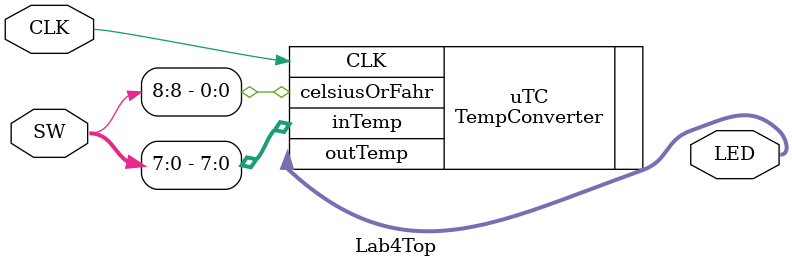
<source format=sv>
`timescale 1ns / 1ps


module Lab4Top(
    input CLK,
    input [8:0] SW, 
    output [7:0] LED
);
    TempConverter uTC(.CLK(CLK), .inTemp(SW[7:0]), .celsiusOrFahr(SW[8]), .outTemp(LED[7:0]));
    
endmodule

</source>
